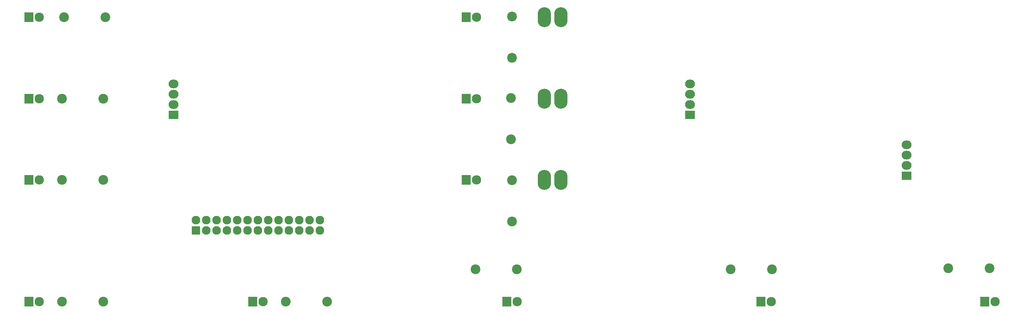
<source format=gts>
G04 #@! TF.FileFunction,Soldermask,Top*
%FSLAX46Y46*%
G04 Gerber Fmt 4.6, Leading zero omitted, Abs format (unit mm)*
G04 Created by KiCad (PCBNEW no-vcs-found-product) date Mo 29 Aug 2016 16:25:23 CEST*
%MOMM*%
G01*
G04 APERTURE LIST*
%ADD10C,0.100000*%
%ADD11R,2.300000X2.400000*%
%ADD12C,2.300000*%
%ADD13C,2.398980*%
%ADD14O,3.300000X4.900000*%
%ADD15R,2.127200X2.127200*%
%ADD16O,2.127200X2.127200*%
%ADD17R,2.432000X2.127200*%
%ADD18O,2.432000X2.127200*%
G04 APERTURE END LIST*
D10*
D11*
X86250000Y-120000000D03*
D12*
X88790000Y-120000000D03*
D11*
X31250000Y-50000000D03*
D12*
X33790000Y-50000000D03*
D11*
X31250000Y-70000000D03*
D12*
X33790000Y-70000000D03*
D11*
X31250000Y-90000000D03*
D12*
X33790000Y-90000000D03*
D11*
X31250000Y-120000000D03*
D12*
X33790000Y-120000000D03*
D11*
X138750000Y-50000000D03*
D12*
X141290000Y-50000000D03*
D11*
X138750000Y-70000000D03*
D12*
X141290000Y-70000000D03*
D11*
X138750000Y-90000000D03*
D12*
X141290000Y-90000000D03*
D11*
X148750000Y-120000000D03*
D12*
X151290000Y-120000000D03*
D11*
X211250000Y-120000000D03*
D12*
X213790000Y-120000000D03*
D11*
X266250000Y-120000000D03*
D12*
X268790000Y-120000000D03*
D13*
X104500000Y-120000000D03*
X94340000Y-120000000D03*
X50000000Y-50000000D03*
X39840000Y-50000000D03*
X49500000Y-70000000D03*
X39340000Y-70000000D03*
X49500000Y-90000000D03*
X39340000Y-90000000D03*
X49500000Y-120000000D03*
X39340000Y-120000000D03*
X150000000Y-60000000D03*
X150000000Y-49840000D03*
X149750000Y-80000000D03*
X149750000Y-69840000D03*
X150000000Y-100250000D03*
X150000000Y-90090000D03*
X141000000Y-112000000D03*
X151160000Y-112000000D03*
X203750000Y-112000000D03*
X213910000Y-112000000D03*
X257250000Y-111750000D03*
X267410000Y-111750000D03*
D14*
X162000000Y-50000000D03*
X158000000Y-50000000D03*
X162000000Y-70000000D03*
X158000000Y-70000000D03*
X162000000Y-90000000D03*
X158000000Y-90000000D03*
D15*
X72250000Y-102500000D03*
D16*
X72250000Y-99960000D03*
X74790000Y-102500000D03*
X74790000Y-99960000D03*
X77330000Y-102500000D03*
X77330000Y-99960000D03*
X79870000Y-102500000D03*
X79870000Y-99960000D03*
X82410000Y-102500000D03*
X82410000Y-99960000D03*
X84950000Y-102500000D03*
X84950000Y-99960000D03*
X87490000Y-102500000D03*
X87490000Y-99960000D03*
X90030000Y-102500000D03*
X90030000Y-99960000D03*
X92570000Y-102500000D03*
X92570000Y-99960000D03*
X95110000Y-102500000D03*
X95110000Y-99960000D03*
X97650000Y-102500000D03*
X97650000Y-99960000D03*
X100190000Y-102500000D03*
X100190000Y-99960000D03*
X102730000Y-102500000D03*
X102730000Y-99960000D03*
D17*
X193750000Y-74000000D03*
D18*
X193750000Y-71460000D03*
X193750000Y-68920000D03*
X193750000Y-66380000D03*
D17*
X247000000Y-89000000D03*
D18*
X247000000Y-86460000D03*
X247000000Y-83920000D03*
X247000000Y-81380000D03*
D17*
X66750000Y-74000000D03*
D18*
X66750000Y-71460000D03*
X66750000Y-68920000D03*
X66750000Y-66380000D03*
M02*

</source>
